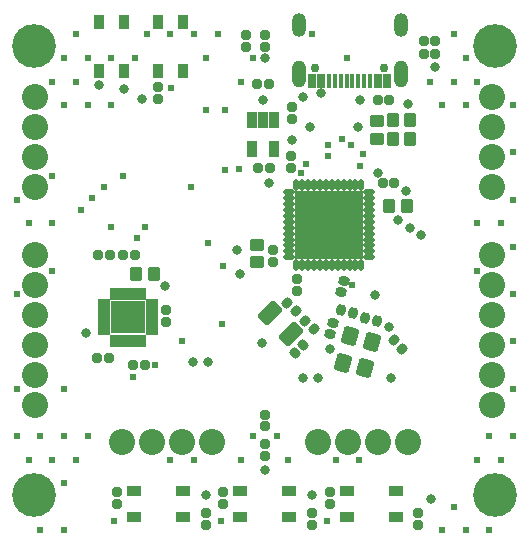
<source format=gbr>
%TF.GenerationSoftware,Altium Limited,Altium Designer,24.5.2 (23)*%
G04 Layer_Color=8388736*
%FSLAX45Y45*%
%MOMM*%
%TF.SameCoordinates,5BA462C2-C504-45FF-B61C-4F2A3F915A71*%
%TF.FilePolarity,Negative*%
%TF.FileFunction,Soldermask,Top*%
%TF.Part,Single*%
G01*
G75*
%TA.AperFunction,SMDPad,CuDef*%
G04:AMPARAMS|DCode=58|XSize=0.8032mm|YSize=0.9032mm|CornerRadius=0.1766mm|HoleSize=0mm|Usage=FLASHONLY|Rotation=75.000|XOffset=0mm|YOffset=0mm|HoleType=Round|Shape=RoundedRectangle|*
%AMROUNDEDRECTD58*
21,1,0.80320,0.55000,0,0,75.0*
21,1,0.45000,0.90320,0,0,75.0*
1,1,0.35320,0.32387,0.14616*
1,1,0.35320,0.20740,-0.28851*
1,1,0.35320,-0.32387,-0.14616*
1,1,0.35320,-0.20740,0.28851*
%
%ADD58ROUNDEDRECTD58*%
%TA.AperFunction,ConnectorPad*%
%ADD59R,1.25320X0.85320*%
%TA.AperFunction,SMDPad,CuDef*%
%ADD60R,2.90320X2.80320*%
%ADD61R,1.00320X0.55320*%
%ADD62R,0.55320X1.05320*%
G04:AMPARAMS|DCode=63|XSize=0.8032mm|YSize=0.9032mm|CornerRadius=0.1766mm|HoleSize=0mm|Usage=FLASHONLY|Rotation=180.000|XOffset=0mm|YOffset=0mm|HoleType=Round|Shape=RoundedRectangle|*
%AMROUNDEDRECTD63*
21,1,0.80320,0.55000,0,0,180.0*
21,1,0.45000,0.90320,0,0,180.0*
1,1,0.35320,-0.22500,0.27500*
1,1,0.35320,0.22500,0.27500*
1,1,0.35320,0.22500,-0.27500*
1,1,0.35320,-0.22500,-0.27500*
%
%ADD63ROUNDEDRECTD63*%
G04:AMPARAMS|DCode=64|XSize=0.8032mm|YSize=0.9032mm|CornerRadius=0.1766mm|HoleSize=0mm|Usage=FLASHONLY|Rotation=90.000|XOffset=0mm|YOffset=0mm|HoleType=Round|Shape=RoundedRectangle|*
%AMROUNDEDRECTD64*
21,1,0.80320,0.55000,0,0,90.0*
21,1,0.45000,0.90320,0,0,90.0*
1,1,0.35320,0.27500,0.22500*
1,1,0.35320,0.27500,-0.22500*
1,1,0.35320,-0.27500,-0.22500*
1,1,0.35320,-0.27500,0.22500*
%
%ADD64ROUNDEDRECTD64*%
G04:AMPARAMS|DCode=65|XSize=1.0032mm|YSize=1.2032mm|CornerRadius=0.2016mm|HoleSize=0mm|Usage=FLASHONLY|Rotation=180.000|XOffset=0mm|YOffset=0mm|HoleType=Round|Shape=RoundedRectangle|*
%AMROUNDEDRECTD65*
21,1,1.00320,0.80000,0,0,180.0*
21,1,0.60000,1.20320,0,0,180.0*
1,1,0.40320,-0.30000,0.40000*
1,1,0.40320,0.30000,0.40000*
1,1,0.40320,0.30000,-0.40000*
1,1,0.40320,-0.30000,-0.40000*
%
%ADD65ROUNDEDRECTD65*%
%ADD66O,0.45320X1.00320*%
%ADD67O,1.00320X0.45320*%
%ADD68R,5.80320X5.80320*%
G04:AMPARAMS|DCode=69|XSize=0.8032mm|YSize=0.9032mm|CornerRadius=0.1766mm|HoleSize=0mm|Usage=FLASHONLY|Rotation=315.000|XOffset=0mm|YOffset=0mm|HoleType=Round|Shape=RoundedRectangle|*
%AMROUNDEDRECTD69*
21,1,0.80320,0.55000,0,0,315.0*
21,1,0.45000,0.90320,0,0,315.0*
1,1,0.35320,-0.03536,-0.35355*
1,1,0.35320,-0.35355,-0.03536*
1,1,0.35320,0.03536,0.35355*
1,1,0.35320,0.35355,0.03536*
%
%ADD69ROUNDEDRECTD69*%
%TA.AperFunction,TestPad*%
G04:AMPARAMS|DCode=70|XSize=0.4mm|YSize=1.25mm|CornerRadius=0.0875mm|HoleSize=0mm|Usage=FLASHONLY|Rotation=180.000|XOffset=0mm|YOffset=0mm|HoleType=Round|Shape=RoundedRectangle|*
%AMROUNDEDRECTD70*
21,1,0.40000,1.07500,0,0,180.0*
21,1,0.22500,1.25000,0,0,180.0*
1,1,0.17500,-0.11250,0.53750*
1,1,0.17500,0.11250,0.53750*
1,1,0.17500,0.11250,-0.53750*
1,1,0.17500,-0.11250,-0.53750*
%
%ADD70ROUNDEDRECTD70*%
G04:AMPARAMS|DCode=71|XSize=0.7mm|YSize=1.25mm|CornerRadius=0.125mm|HoleSize=0mm|Usage=FLASHONLY|Rotation=180.000|XOffset=0mm|YOffset=0mm|HoleType=Round|Shape=RoundedRectangle|*
%AMROUNDEDRECTD71*
21,1,0.70000,1.00000,0,0,180.0*
21,1,0.45000,1.25000,0,0,180.0*
1,1,0.25000,-0.22500,0.50000*
1,1,0.25000,0.22500,0.50000*
1,1,0.25000,0.22500,-0.50000*
1,1,0.25000,-0.22500,-0.50000*
%
%ADD71ROUNDEDRECTD71*%
%TA.AperFunction,ConnectorPad*%
%ADD72R,0.85320X1.25320*%
%TA.AperFunction,SMDPad,CuDef*%
G04:AMPARAMS|DCode=73|XSize=0.8032mm|YSize=0.9032mm|CornerRadius=0.1766mm|HoleSize=0mm|Usage=FLASHONLY|Rotation=45.000|XOffset=0mm|YOffset=0mm|HoleType=Round|Shape=RoundedRectangle|*
%AMROUNDEDRECTD73*
21,1,0.80320,0.55000,0,0,45.0*
21,1,0.45000,0.90320,0,0,45.0*
1,1,0.35320,0.35355,-0.03536*
1,1,0.35320,0.03536,-0.35355*
1,1,0.35320,-0.35355,0.03536*
1,1,0.35320,-0.03536,0.35355*
%
%ADD73ROUNDEDRECTD73*%
G04:AMPARAMS|DCode=74|XSize=1.2032mm|YSize=2.0032mm|CornerRadius=0.1516mm|HoleSize=0mm|Usage=FLASHONLY|Rotation=135.000|XOffset=0mm|YOffset=0mm|HoleType=Round|Shape=RoundedRectangle|*
%AMROUNDEDRECTD74*
21,1,1.20320,1.70000,0,0,135.0*
21,1,0.90000,2.00320,0,0,135.0*
1,1,0.30320,0.28284,0.91924*
1,1,0.30320,0.91924,0.28284*
1,1,0.30320,-0.28284,-0.91924*
1,1,0.30320,-0.91924,-0.28284*
%
%ADD74ROUNDEDRECTD74*%
G04:AMPARAMS|DCode=75|XSize=1.5032mm|YSize=1.3032mm|CornerRadius=0.1566mm|HoleSize=0mm|Usage=FLASHONLY|Rotation=255.000|XOffset=0mm|YOffset=0mm|HoleType=Round|Shape=RoundedRectangle|*
%AMROUNDEDRECTD75*
21,1,1.50320,0.99000,0,0,255.0*
21,1,1.19000,1.30320,0,0,255.0*
1,1,0.31320,-0.63213,-0.44661*
1,1,0.31320,-0.32414,0.70284*
1,1,0.31320,0.63213,0.44661*
1,1,0.31320,0.32414,-0.70284*
%
%ADD75ROUNDEDRECTD75*%
G04:AMPARAMS|DCode=76|XSize=1.0032mm|YSize=1.2032mm|CornerRadius=0.2016mm|HoleSize=0mm|Usage=FLASHONLY|Rotation=270.000|XOffset=0mm|YOffset=0mm|HoleType=Round|Shape=RoundedRectangle|*
%AMROUNDEDRECTD76*
21,1,1.00320,0.80000,0,0,270.0*
21,1,0.60000,1.20320,0,0,270.0*
1,1,0.40320,-0.40000,-0.30000*
1,1,0.40320,-0.40000,0.30000*
1,1,0.40320,0.40000,0.30000*
1,1,0.40320,0.40000,-0.30000*
%
%ADD76ROUNDEDRECTD76*%
%ADD77R,0.85320X1.45320*%
G04:AMPARAMS|DCode=78|XSize=0.8032mm|YSize=0.9032mm|CornerRadius=0.1766mm|HoleSize=0mm|Usage=FLASHONLY|Rotation=345.000|XOffset=0mm|YOffset=0mm|HoleType=Round|Shape=RoundedRectangle|*
%AMROUNDEDRECTD78*
21,1,0.80320,0.55000,0,0,345.0*
21,1,0.45000,0.90320,0,0,345.0*
1,1,0.35320,0.14616,-0.32387*
1,1,0.35320,-0.28851,-0.20740*
1,1,0.35320,-0.14616,0.32387*
1,1,0.35320,0.28851,0.20740*
%
%ADD78ROUNDEDRECTD78*%
%TA.AperFunction,ViaPad*%
%ADD79C,3.70320*%
%TA.AperFunction,ComponentPad*%
%ADD80C,2.20320*%
%TA.AperFunction,TestPad*%
%ADD81O,1.20320X2.30320*%
%ADD82C,0.75000*%
%ADD83O,1.20320X2.00320*%
%TA.AperFunction,ViaPad*%
%ADD84C,0.60320*%
%ADD85C,0.80320*%
D58*
X7544559Y9019204D02*
D03*
X7570441Y9115797D02*
D03*
X7454959Y8662904D02*
D03*
X7480841Y8759497D02*
D03*
D59*
X8007500Y7117500D02*
D03*
X7592500D02*
D03*
X8007500Y7332499D02*
D03*
X7592500D02*
D03*
X7107500Y7117500D02*
D03*
X6692500D02*
D03*
X7107500Y7332499D02*
D03*
X6692500D02*
D03*
X6207500Y7117500D02*
D03*
X5792500D02*
D03*
X6207500Y7332499D02*
D03*
X5792500D02*
D03*
D60*
X5742500Y8805000D02*
D03*
D61*
X5942500Y8680000D02*
D03*
Y8730000D02*
D03*
Y8780000D02*
D03*
Y8830000D02*
D03*
Y8880000D02*
D03*
Y8930000D02*
D03*
X5542500Y8680000D02*
D03*
Y8730000D02*
D03*
Y8780000D02*
D03*
Y8830000D02*
D03*
Y8880000D02*
D03*
Y8930000D02*
D03*
D62*
X5867500Y9002500D02*
D03*
X5817500D02*
D03*
X5767500D02*
D03*
X5717500D02*
D03*
X5667500D02*
D03*
X5617500D02*
D03*
X5867500Y8607500D02*
D03*
X5817500D02*
D03*
X5767500D02*
D03*
X5717500D02*
D03*
X5667500D02*
D03*
X5617500D02*
D03*
D63*
X5590000Y9335000D02*
D03*
X5490000D02*
D03*
X5700000D02*
D03*
X5800000D02*
D03*
X5477500Y8457500D02*
D03*
X5577500D02*
D03*
X5882501Y8397500D02*
D03*
X5782501D02*
D03*
X7955000Y10640000D02*
D03*
X7855000D02*
D03*
X6845000Y10072500D02*
D03*
X6945000D02*
D03*
X7897500Y9942500D02*
D03*
X7997500D02*
D03*
X6837500Y10782500D02*
D03*
X6937500D02*
D03*
X8245000Y11147500D02*
D03*
X8345000D02*
D03*
X8245000Y11032500D02*
D03*
X8345000D02*
D03*
D64*
X6065000Y8865001D02*
D03*
Y8765001D02*
D03*
X5995000Y10752500D02*
D03*
Y10652500D02*
D03*
X6902500Y7879999D02*
D03*
Y7979999D02*
D03*
Y7730000D02*
D03*
Y7629999D02*
D03*
X8200000Y7050000D02*
D03*
Y7150000D02*
D03*
X5650000Y7325000D02*
D03*
Y7225000D02*
D03*
X6400000Y7050000D02*
D03*
Y7150000D02*
D03*
X6550000Y7325000D02*
D03*
Y7225000D02*
D03*
X7300000Y7050000D02*
D03*
Y7150000D02*
D03*
X7450000Y7325000D02*
D03*
Y7225000D02*
D03*
X7175800Y9029500D02*
D03*
Y9129500D02*
D03*
X7125000Y10072500D02*
D03*
Y10172500D02*
D03*
X6972600Y9270800D02*
D03*
Y9370800D02*
D03*
X7130000Y10485000D02*
D03*
Y10585000D02*
D03*
X6903750Y11096250D02*
D03*
Y11196250D02*
D03*
X6738750D02*
D03*
Y11096250D02*
D03*
D65*
X5812500Y9172500D02*
D03*
X5962500D02*
D03*
X8132500Y10477501D02*
D03*
X7982500D02*
D03*
X7950000Y9742500D02*
D03*
X8100000D02*
D03*
X7982500Y10310001D02*
D03*
X8132500D02*
D03*
D66*
X7167500Y9247500D02*
D03*
X7217500D02*
D03*
X7267500D02*
D03*
X7317500D02*
D03*
X7367500D02*
D03*
X7417500D02*
D03*
X7467500D02*
D03*
X7517500D02*
D03*
X7567500D02*
D03*
X7617500D02*
D03*
X7667500D02*
D03*
X7717500D02*
D03*
Y9927500D02*
D03*
X7667500D02*
D03*
X7617500D02*
D03*
X7567500D02*
D03*
X7517500D02*
D03*
X7467500D02*
D03*
X7417500D02*
D03*
X7367500D02*
D03*
X7317500D02*
D03*
X7267500D02*
D03*
X7217500D02*
D03*
X7167500D02*
D03*
D67*
X7782500Y9312500D02*
D03*
Y9362500D02*
D03*
Y9412500D02*
D03*
Y9462500D02*
D03*
Y9512500D02*
D03*
Y9562500D02*
D03*
Y9612500D02*
D03*
Y9662500D02*
D03*
Y9712500D02*
D03*
Y9762500D02*
D03*
Y9812500D02*
D03*
Y9862500D02*
D03*
X7102500D02*
D03*
Y9812500D02*
D03*
Y9762500D02*
D03*
Y9712500D02*
D03*
Y9662500D02*
D03*
Y9612500D02*
D03*
Y9562500D02*
D03*
Y9512500D02*
D03*
Y9462500D02*
D03*
Y9412500D02*
D03*
Y9362500D02*
D03*
Y9312500D02*
D03*
D68*
X7442500Y9587500D02*
D03*
D69*
X8062856Y8537855D02*
D03*
X7992146Y8608567D02*
D03*
X7242045Y8771956D02*
D03*
X7312756Y8701245D02*
D03*
X7089645Y8924356D02*
D03*
X7160356Y8853645D02*
D03*
D70*
X7642500Y10804751D02*
D03*
X7592500D02*
D03*
X7542500D02*
D03*
X7692500D02*
D03*
X7742500D02*
D03*
X7792500D02*
D03*
X7492500D02*
D03*
X7442500D02*
D03*
D71*
X7857500D02*
D03*
X7937500D02*
D03*
X7377500D02*
D03*
X7297500D02*
D03*
D72*
X6207500Y11307500D02*
D03*
Y10892500D02*
D03*
X5992500Y11307500D02*
D03*
Y10892500D02*
D03*
X5707500Y11307500D02*
D03*
Y10892500D02*
D03*
X5492500Y11307500D02*
D03*
Y10892500D02*
D03*
D73*
X7153145Y8498045D02*
D03*
X7223856Y8568756D02*
D03*
D74*
X6947712Y8837689D02*
D03*
X7124488Y8660912D02*
D03*
D75*
X7805327Y8594494D02*
D03*
X7621801Y8643670D02*
D03*
X7745799Y8372331D02*
D03*
X7562273Y8421506D02*
D03*
D76*
X6832900Y9270000D02*
D03*
Y9420000D02*
D03*
X7852500Y10467501D02*
D03*
Y10317501D02*
D03*
D77*
X6978601Y10229000D02*
D03*
X6790601D02*
D03*
Y10479000D02*
D03*
X6884601D02*
D03*
X6978601D02*
D03*
D78*
X7546604Y8863842D02*
D03*
X7643196Y8837960D02*
D03*
X7846396Y8774459D02*
D03*
X7749804Y8800341D02*
D03*
D79*
X4950000Y11100000D02*
D03*
Y7300000D02*
D03*
X8850000Y11100000D02*
D03*
Y7300000D02*
D03*
D80*
X4953000Y9334500D02*
D03*
Y9080500D02*
D03*
Y8826500D02*
D03*
Y8572500D02*
D03*
Y8064500D02*
D03*
Y8318500D02*
D03*
Y10668000D02*
D03*
Y10414000D02*
D03*
Y9906000D02*
D03*
Y10160000D02*
D03*
X8826500Y9334500D02*
D03*
Y9080500D02*
D03*
Y8826500D02*
D03*
Y8572500D02*
D03*
Y8064500D02*
D03*
Y8318500D02*
D03*
Y10668000D02*
D03*
Y10414000D02*
D03*
Y9906000D02*
D03*
Y10160000D02*
D03*
X7604000Y7750000D02*
D03*
X7350000D02*
D03*
X7858000D02*
D03*
X8112000D02*
D03*
X6450000D02*
D03*
X6196000D02*
D03*
X5688000D02*
D03*
X5942000D02*
D03*
D81*
X7185500Y10862251D02*
D03*
X8049500D02*
D03*
D82*
X7906500Y10912250D02*
D03*
X7328500D02*
D03*
D83*
X8049500Y11280250D02*
D03*
X7185500D02*
D03*
D84*
X9000005Y10600006D02*
D03*
Y10200006D02*
D03*
Y9800005D02*
D03*
Y9400005D02*
D03*
Y9000005D02*
D03*
Y8600005D02*
D03*
Y8200004D02*
D03*
Y7800004D02*
D03*
X8900005Y9600005D02*
D03*
X8800005Y7800004D02*
D03*
X8900005Y7600004D02*
D03*
X8800005Y7000004D02*
D03*
X8600005Y11000006D02*
D03*
X8700005Y10800006D02*
D03*
X8600005Y10600006D02*
D03*
X8700005Y9600005D02*
D03*
Y9200005D02*
D03*
Y7600004D02*
D03*
X8600005Y7000004D02*
D03*
X8500005Y11200006D02*
D03*
Y10800006D02*
D03*
X8400005Y10600006D02*
D03*
X8500005Y7200004D02*
D03*
X8400005Y7000004D02*
D03*
X8300004Y10800006D02*
D03*
X7600004Y11000006D02*
D03*
X7700004Y7600004D02*
D03*
X7500004D02*
D03*
X7300004Y11200006D02*
D03*
X7000004Y7800004D02*
D03*
X7100004Y7600004D02*
D03*
X6800004Y11000006D02*
D03*
Y7800004D02*
D03*
X6700004Y10800006D02*
D03*
Y7600004D02*
D03*
X6500004Y11200006D02*
D03*
X6400003Y11000006D02*
D03*
X6300003Y11200006D02*
D03*
X6200003Y8600005D02*
D03*
X6300003Y7600004D02*
D03*
X6100003Y11200006D02*
D03*
Y7600004D02*
D03*
X5900003Y11200006D02*
D03*
X5800003Y11000006D02*
D03*
X5600003D02*
D03*
Y10600006D02*
D03*
X5700003Y10000005D02*
D03*
X5400003Y11000006D02*
D03*
Y10600006D02*
D03*
Y7800004D02*
D03*
X5300003Y11200006D02*
D03*
X5200003Y11000006D02*
D03*
X5300003Y10800006D02*
D03*
X5200003Y10600006D02*
D03*
Y8200004D02*
D03*
Y7800004D02*
D03*
X5300003Y7600004D02*
D03*
X5200003Y7400004D02*
D03*
Y7000004D02*
D03*
X5100003Y10800006D02*
D03*
Y10000005D02*
D03*
Y9600005D02*
D03*
Y9200005D02*
D03*
X5000003Y7800004D02*
D03*
X5100003Y7600004D02*
D03*
X5000003Y7000004D02*
D03*
X4800003Y9800005D02*
D03*
X4900003Y9600005D02*
D03*
X4800003Y9000005D02*
D03*
Y8200004D02*
D03*
Y7800004D02*
D03*
X4900003Y7600004D02*
D03*
X7637500Y9081284D02*
D03*
X5625000Y7082500D02*
D03*
X7425000D02*
D03*
X6525000D02*
D03*
X5972500Y8397500D02*
D03*
X5435000Y9812500D02*
D03*
X5342500Y9710000D02*
D03*
X5540000Y9905000D02*
D03*
X5817500Y9477500D02*
D03*
X5600000Y9570000D02*
D03*
X5887500Y9567500D02*
D03*
X6417500Y9437500D02*
D03*
X6677500Y10062500D02*
D03*
X6272500Y9910000D02*
D03*
X6562500Y10055000D02*
D03*
X5782500Y8295000D02*
D03*
X6537500Y8745000D02*
D03*
X6542500Y9242500D02*
D03*
X6398839Y10557500D02*
D03*
X7247500Y10105000D02*
D03*
X6560000Y10557500D02*
D03*
X6105000Y10747500D02*
D03*
X7702500Y10087500D02*
D03*
X7727500Y10187500D02*
D03*
X7630000Y10260000D02*
D03*
X7552500Y10315000D02*
D03*
X7432500Y10170000D02*
D03*
X7437500Y10265000D02*
D03*
X7210000Y10027500D02*
D03*
D85*
X7947500Y8720000D02*
D03*
X7454959Y8536553D02*
D03*
X6876710Y8588291D02*
D03*
X8095000Y9870000D02*
D03*
X8345000Y10922500D02*
D03*
X8113750Y10613750D02*
D03*
X7222500Y10670000D02*
D03*
X6905000Y11002500D02*
D03*
X5860000Y10652500D02*
D03*
X5492500Y10770000D02*
D03*
X8310000Y7267500D02*
D03*
X7300000Y7300000D02*
D03*
X6400000D02*
D03*
X6905000Y7507500D02*
D03*
X5687500Y8860000D02*
D03*
X5797500D02*
D03*
Y8750000D02*
D03*
X5687500D02*
D03*
X6935000Y9942500D02*
D03*
X5385000Y8670000D02*
D03*
X6052500Y9067500D02*
D03*
X6420000Y8430000D02*
D03*
X6290000D02*
D03*
X7225000Y8292500D02*
D03*
X7352500D02*
D03*
X7970000D02*
D03*
X5707500Y10737500D02*
D03*
X6662500Y9370000D02*
D03*
X7127500Y10305000D02*
D03*
X8220000Y9497500D02*
D03*
X8027500Y9625000D02*
D03*
X7832500Y8995000D02*
D03*
X8127500Y9560000D02*
D03*
X7282500Y10412500D02*
D03*
X7687500D02*
D03*
X7857500Y10030000D02*
D03*
X6692500Y9172500D02*
D03*
X6885000Y10645000D02*
D03*
X7710000Y10640000D02*
D03*
X7377500Y10700000D02*
D03*
X7222500Y9367500D02*
D03*
Y9477500D02*
D03*
Y9587500D02*
D03*
Y9697500D02*
D03*
Y9807500D02*
D03*
X7332500Y9367500D02*
D03*
Y9477500D02*
D03*
Y9587500D02*
D03*
Y9697500D02*
D03*
Y9807500D02*
D03*
X7442500Y9367500D02*
D03*
Y9477500D02*
D03*
Y9587500D02*
D03*
Y9697500D02*
D03*
Y9807500D02*
D03*
X7552500Y9367500D02*
D03*
Y9477500D02*
D03*
Y9587500D02*
D03*
Y9697500D02*
D03*
Y9807500D02*
D03*
X7662500Y9367500D02*
D03*
Y9477500D02*
D03*
Y9587500D02*
D03*
Y9697500D02*
D03*
Y9807500D02*
D03*
%TF.MD5,223ad4cfa2c12f9d65d3a67872d2b251*%
M02*

</source>
